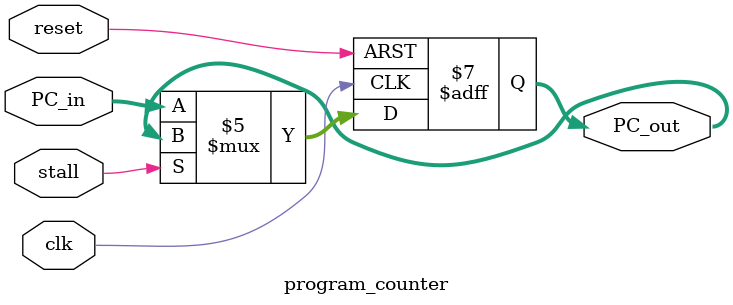
<source format=sv>
module program_counter(
  input [63:0] PC_in,
  input clk,
  input reset,
  input stall,
  output reg [63:0] PC_out
);

  always @ (posedge clk or posedge reset)
    if (reset == 1'b1)
      PC_out = 64'd0;
    else if (stall == 1'b0) 
      PC_out = PC_in;


endmodule

</source>
